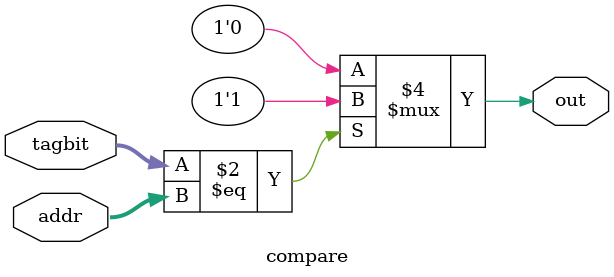
<source format=v>
module compare(tagbit,addr,out);
input [5:0]tagbit,addr;
output out;
reg out;
 


always@*
begin
if(tagbit==addr)
  begin
  out=1'b1;
  end
else
  begin
  out=1'b0;
  end
end


endmodule
</source>
